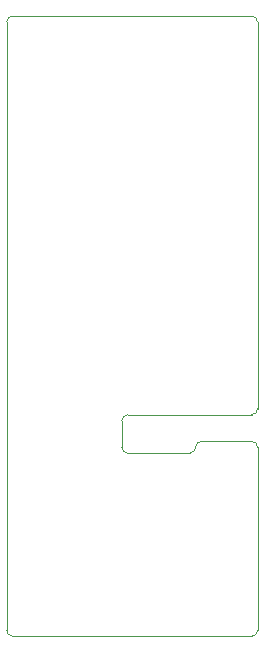
<source format=gbr>
%TF.GenerationSoftware,KiCad,Pcbnew,9.0.0*%
%TF.CreationDate,2025-03-18T00:42:33+02:00*%
%TF.ProjectId,haptic-bracelet,68617074-6963-42d6-9272-6163656c6574,rev?*%
%TF.SameCoordinates,Original*%
%TF.FileFunction,Profile,NP*%
%FSLAX46Y46*%
G04 Gerber Fmt 4.6, Leading zero omitted, Abs format (unit mm)*
G04 Created by KiCad (PCBNEW 9.0.0) date 2025-03-18 00:42:33*
%MOMM*%
%LPD*%
G01*
G04 APERTURE LIST*
%TA.AperFunction,Profile*%
%ADD10C,0.050000*%
%TD*%
G04 APERTURE END LIST*
D10*
X175750000Y-124250000D02*
G75*
G02*
X175250000Y-124750000I-500000J0D01*
G01*
X154500000Y-72750000D02*
G75*
G02*
X155000000Y-72250000I500000J0D01*
G01*
X164749999Y-109250001D02*
X170000000Y-109250001D01*
X154999999Y-124750001D02*
G75*
G02*
X154499999Y-124250001I1J500001D01*
G01*
X175250001Y-72249999D02*
G75*
G02*
X175750001Y-72749999I-1J-500001D01*
G01*
X170500001Y-108750001D02*
G75*
G02*
X170000001Y-109250001I-500001J1D01*
G01*
X154499999Y-124250000D02*
X154500000Y-72750000D01*
X175250000Y-124750000D02*
X154999999Y-124750000D01*
X175250001Y-108249999D02*
G75*
G02*
X175750001Y-108749999I-1J-500001D01*
G01*
X170499999Y-108749999D02*
G75*
G02*
X170999999Y-108249999I500001J-1D01*
G01*
X175750001Y-108750000D02*
X175750000Y-124250000D01*
X164249999Y-106499999D02*
X164250000Y-108750000D01*
X171000000Y-108249999D02*
X175250000Y-108250000D01*
X175750000Y-72750000D02*
X175750001Y-105500000D01*
X164249999Y-106499999D02*
G75*
G02*
X164749999Y-105999999I500001J-1D01*
G01*
X164749999Y-109250001D02*
G75*
G02*
X164249999Y-108750001I1J500001D01*
G01*
X175250001Y-106000000D02*
X164750000Y-105999999D01*
X155000000Y-72250000D02*
X175250000Y-72250000D01*
X175750001Y-105500001D02*
G75*
G02*
X175250001Y-106000001I-500001J1D01*
G01*
M02*

</source>
